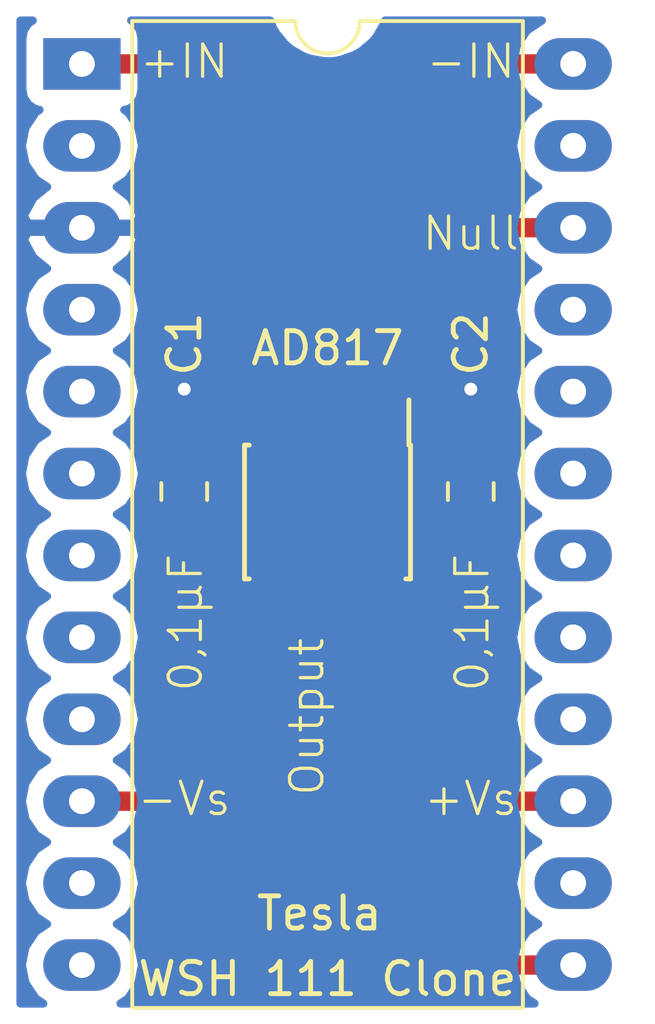
<source format=kicad_pcb>
(kicad_pcb (version 20171130) (host pcbnew "(5.0.0)")

  (general
    (thickness 1.6)
    (drawings 16)
    (tracks 31)
    (zones 0)
    (modules 4)
    (nets 27)
  )

  (page A4)
  (layers
    (0 F.Cu signal)
    (31 B.Cu signal)
    (32 B.Adhes user)
    (33 F.Adhes user)
    (34 B.Paste user)
    (35 F.Paste user)
    (36 B.SilkS user)
    (37 F.SilkS user)
    (38 B.Mask user)
    (39 F.Mask user)
    (40 Dwgs.User user)
    (41 Cmts.User user)
    (42 Eco1.User user)
    (43 Eco2.User user)
    (44 Edge.Cuts user)
    (45 Margin user)
    (46 B.CrtYd user)
    (47 F.CrtYd user)
    (48 B.Fab user)
    (49 F.Fab user)
  )

  (setup
    (last_trace_width 0.25)
    (user_trace_width 0.59944)
    (user_trace_width 1)
    (trace_clearance 0.2)
    (zone_clearance 0.508)
    (zone_45_only no)
    (trace_min 0.2)
    (segment_width 0.2)
    (edge_width 0.15)
    (via_size 0.8)
    (via_drill 0.4)
    (via_min_size 0.4)
    (via_min_drill 0.3)
    (uvia_size 0.3)
    (uvia_drill 0.1)
    (uvias_allowed no)
    (uvia_min_size 0.2)
    (uvia_min_drill 0.1)
    (pcb_text_width 0.3)
    (pcb_text_size 1.5 1.5)
    (mod_edge_width 0.15)
    (mod_text_size 1 1)
    (mod_text_width 0.15)
    (pad_size 1.524 1.524)
    (pad_drill 0.762)
    (pad_to_mask_clearance 0.2)
    (aux_axis_origin 0 0)
    (visible_elements 7FFFFFFF)
    (pcbplotparams
      (layerselection 0x010fc_ffffffff)
      (usegerberextensions false)
      (usegerberattributes false)
      (usegerberadvancedattributes false)
      (creategerberjobfile false)
      (excludeedgelayer true)
      (linewidth 0.100000)
      (plotframeref false)
      (viasonmask false)
      (mode 1)
      (useauxorigin false)
      (hpglpennumber 1)
      (hpglpenspeed 20)
      (hpglpendiameter 15.000000)
      (psnegative false)
      (psa4output false)
      (plotreference true)
      (plotvalue true)
      (plotinvisibletext false)
      (padsonsilk false)
      (subtractmaskfromsilk false)
      (outputformat 1)
      (mirror false)
      (drillshape 1)
      (scaleselection 1)
      (outputdirectory ""))
  )

  (net 0 "")
  (net 1 +IN)
  (net 2 Output)
  (net 3 "Net-(Tesla1-Pad2)")
  (net 4 "Net-(Tesla1-Pad14)")
  (net 5 GND)
  (net 6 +Vs)
  (net 7 "Net-(Tesla1-Pad4)")
  (net 8 "Net-(Tesla1-Pad16)")
  (net 9 "Net-(Tesla1-Pad5)")
  (net 10 "Net-(Tesla1-Pad17)")
  (net 11 "Net-(Tesla1-Pad6)")
  (net 12 "Net-(Tesla1-Pad18)")
  (net 13 "Net-(Tesla1-Pad7)")
  (net 14 "Net-(Tesla1-Pad19)")
  (net 15 "Net-(Tesla1-Pad8)")
  (net 16 "Net-(Tesla1-Pad20)")
  (net 17 "Net-(Tesla1-Pad9)")
  (net 18 "Net-(Tesla1-Pad21)")
  (net 19 -Vs)
  (net 20 NULL)
  (net 21 "Net-(Tesla1-Pad11)")
  (net 22 "Net-(Tesla1-Pad23)")
  (net 23 "Net-(Tesla1-Pad12)")
  (net 24 -IN)
  (net 25 "Net-(U1-Pad5)")
  (net 26 "Net-(U1-Pad8)")

  (net_class Default "Dies ist die voreingestellte Netzklasse."
    (clearance 0.2)
    (trace_width 0.25)
    (via_dia 0.8)
    (via_drill 0.4)
    (uvia_dia 0.3)
    (uvia_drill 0.1)
    (add_net +IN)
    (add_net +Vs)
    (add_net -IN)
    (add_net -Vs)
    (add_net GND)
    (add_net NULL)
    (add_net "Net-(Tesla1-Pad11)")
    (add_net "Net-(Tesla1-Pad12)")
    (add_net "Net-(Tesla1-Pad14)")
    (add_net "Net-(Tesla1-Pad16)")
    (add_net "Net-(Tesla1-Pad17)")
    (add_net "Net-(Tesla1-Pad18)")
    (add_net "Net-(Tesla1-Pad19)")
    (add_net "Net-(Tesla1-Pad2)")
    (add_net "Net-(Tesla1-Pad20)")
    (add_net "Net-(Tesla1-Pad21)")
    (add_net "Net-(Tesla1-Pad23)")
    (add_net "Net-(Tesla1-Pad4)")
    (add_net "Net-(Tesla1-Pad5)")
    (add_net "Net-(Tesla1-Pad6)")
    (add_net "Net-(Tesla1-Pad7)")
    (add_net "Net-(Tesla1-Pad8)")
    (add_net "Net-(Tesla1-Pad9)")
    (add_net "Net-(U1-Pad5)")
    (add_net "Net-(U1-Pad8)")
    (add_net Output)
  )

  (module Package_DIP:DIP-24_W15.24mm_LongPads (layer F.Cu) (tedit 5BF88F0E) (tstamp 5C04C8E3)
    (at 138.431001 76.911401)
    (descr "24-lead though-hole mounted DIP package, row spacing 15.24 mm (600 mils), LongPads")
    (tags "THT DIP DIL PDIP 2.54mm 15.24mm 600mil LongPads")
    (path /5BF87954)
    (fp_text reference Tesla (at 7.364999 26.339599 180) (layer F.SilkS)
      (effects (font (size 1 1) (thickness 0.15)))
    )
    (fp_text value "WSH 111 Clone" (at 7.618999 24.688599) (layer F.Fab)
      (effects (font (size 1 1) (thickness 0.15)))
    )
    (fp_arc (start 7.62 -1.33) (end 6.62 -1.33) (angle -180) (layer F.SilkS) (width 0.12))
    (fp_line (start 1.255 -1.27) (end 14.985 -1.27) (layer F.Fab) (width 0.1))
    (fp_line (start 14.985 -1.27) (end 14.985 29.21) (layer F.Fab) (width 0.1))
    (fp_line (start 14.985 29.21) (end 0.255 29.21) (layer F.Fab) (width 0.1))
    (fp_line (start 0.255 29.21) (end 0.255 -0.27) (layer F.Fab) (width 0.1))
    (fp_line (start 0.255 -0.27) (end 1.255 -1.27) (layer F.Fab) (width 0.1))
    (fp_line (start 6.62 -1.33) (end 1.56 -1.33) (layer F.SilkS) (width 0.12))
    (fp_line (start 1.56 -1.33) (end 1.56 29.27) (layer F.SilkS) (width 0.12))
    (fp_line (start 1.56 29.27) (end 13.68 29.27) (layer F.SilkS) (width 0.12))
    (fp_line (start 13.68 29.27) (end 13.68 -1.33) (layer F.SilkS) (width 0.12))
    (fp_line (start 13.68 -1.33) (end 8.62 -1.33) (layer F.SilkS) (width 0.12))
    (fp_line (start -1.5 -1.55) (end -1.5 29.5) (layer F.CrtYd) (width 0.05))
    (fp_line (start -1.5 29.5) (end 16.7 29.5) (layer F.CrtYd) (width 0.05))
    (fp_line (start 16.7 29.5) (end 16.7 -1.55) (layer F.CrtYd) (width 0.05))
    (fp_line (start 16.7 -1.55) (end -1.5 -1.55) (layer F.CrtYd) (width 0.05))
    (fp_text user %R (at 10.158999 4.368599 90) (layer F.Fab)
      (effects (font (size 1 1) (thickness 0.15)))
    )
    (pad 1 thru_hole rect (at 0 0) (size 2.4 1.6) (drill 0.8) (layers *.Cu *.Mask)
      (net 1 +IN))
    (pad 13 thru_hole oval (at 15.24 27.94) (size 2.4 1.6) (drill 0.8) (layers *.Cu *.Mask)
      (net 2 Output))
    (pad 2 thru_hole oval (at 0 2.54) (size 2.4 1.6) (drill 0.8) (layers *.Cu *.Mask)
      (net 3 "Net-(Tesla1-Pad2)"))
    (pad 14 thru_hole oval (at 15.24 25.4) (size 2.4 1.6) (drill 0.8) (layers *.Cu *.Mask)
      (net 4 "Net-(Tesla1-Pad14)"))
    (pad 3 thru_hole oval (at 0 5.08) (size 2.4 1.6) (drill 0.8) (layers *.Cu *.Mask)
      (net 5 GND))
    (pad 15 thru_hole oval (at 15.24 22.86) (size 2.4 1.6) (drill 0.8) (layers *.Cu *.Mask)
      (net 6 +Vs))
    (pad 4 thru_hole oval (at 0 7.62) (size 2.4 1.6) (drill 0.8) (layers *.Cu *.Mask)
      (net 7 "Net-(Tesla1-Pad4)"))
    (pad 16 thru_hole oval (at 15.24 20.32) (size 2.4 1.6) (drill 0.8) (layers *.Cu *.Mask)
      (net 8 "Net-(Tesla1-Pad16)"))
    (pad 5 thru_hole oval (at 0 10.16) (size 2.4 1.6) (drill 0.8) (layers *.Cu *.Mask)
      (net 9 "Net-(Tesla1-Pad5)"))
    (pad 17 thru_hole oval (at 15.24 17.78) (size 2.4 1.6) (drill 0.8) (layers *.Cu *.Mask)
      (net 10 "Net-(Tesla1-Pad17)"))
    (pad 6 thru_hole oval (at 0 12.7) (size 2.4 1.6) (drill 0.8) (layers *.Cu *.Mask)
      (net 11 "Net-(Tesla1-Pad6)"))
    (pad 18 thru_hole oval (at 15.24 15.24) (size 2.4 1.6) (drill 0.8) (layers *.Cu *.Mask)
      (net 12 "Net-(Tesla1-Pad18)"))
    (pad 7 thru_hole oval (at 0 15.24) (size 2.4 1.6) (drill 0.8) (layers *.Cu *.Mask)
      (net 13 "Net-(Tesla1-Pad7)"))
    (pad 19 thru_hole oval (at 15.24 12.7) (size 2.4 1.6) (drill 0.8) (layers *.Cu *.Mask)
      (net 14 "Net-(Tesla1-Pad19)"))
    (pad 8 thru_hole oval (at 0 17.78) (size 2.4 1.6) (drill 0.8) (layers *.Cu *.Mask)
      (net 15 "Net-(Tesla1-Pad8)"))
    (pad 20 thru_hole oval (at 15.24 10.16) (size 2.4 1.6) (drill 0.8) (layers *.Cu *.Mask)
      (net 16 "Net-(Tesla1-Pad20)"))
    (pad 9 thru_hole oval (at 0 20.32) (size 2.4 1.6) (drill 0.8) (layers *.Cu *.Mask)
      (net 17 "Net-(Tesla1-Pad9)"))
    (pad 21 thru_hole oval (at 15.24 7.62) (size 2.4 1.6) (drill 0.8) (layers *.Cu *.Mask)
      (net 18 "Net-(Tesla1-Pad21)"))
    (pad 10 thru_hole oval (at 0 22.86) (size 2.4 1.6) (drill 0.8) (layers *.Cu *.Mask)
      (net 19 -Vs))
    (pad 22 thru_hole oval (at 15.24 5.08) (size 2.4 1.6) (drill 0.8) (layers *.Cu *.Mask)
      (net 20 NULL))
    (pad 11 thru_hole oval (at 0 25.4) (size 2.4 1.6) (drill 0.8) (layers *.Cu *.Mask)
      (net 21 "Net-(Tesla1-Pad11)"))
    (pad 23 thru_hole oval (at 15.24 2.54) (size 2.4 1.6) (drill 0.8) (layers *.Cu *.Mask)
      (net 22 "Net-(Tesla1-Pad23)"))
    (pad 12 thru_hole oval (at 0 27.94) (size 2.4 1.6) (drill 0.8) (layers *.Cu *.Mask)
      (net 23 "Net-(Tesla1-Pad12)"))
    (pad 24 thru_hole oval (at 15.24 0) (size 2.4 1.6) (drill 0.8) (layers *.Cu *.Mask)
      (net 24 -IN))
    (model ${KISYS3DMOD}/Package_DIP.3dshapes/DIP-24_W15.24mm.wrl
      (at (xyz 0 0 0))
      (scale (xyz 1 1 1))
      (rotate (xyz 0 0 0))
    )
  )

  (module Package_SO:SOIC-8_3.9x4.9mm_P1.27mm (layer F.Cu) (tedit 5BF88EBD) (tstamp 5C04C900)
    (at 146.05 90.805 270)
    (descr "8-Lead Plastic Small Outline (SN) - Narrow, 3.90 mm Body [SOIC] (see Microchip Packaging Specification 00000049BS.pdf)")
    (tags "SOIC 1.27")
    (path /5BF87020)
    (attr smd)
    (fp_text reference AD817 (at -5.08 0 180) (layer F.SilkS)
      (effects (font (size 1 1) (thickness 0.15)))
    )
    (fp_text value LM741 (at -0.889 0) (layer F.Fab)
      (effects (font (size 1 1) (thickness 0.15)))
    )
    (fp_text user %R (at 0.635 1.27 270) (layer F.Fab)
      (effects (font (size 1 1) (thickness 0.15)))
    )
    (fp_line (start -0.95 -2.45) (end 1.95 -2.45) (layer F.Fab) (width 0.1))
    (fp_line (start 1.95 -2.45) (end 1.95 2.45) (layer F.Fab) (width 0.1))
    (fp_line (start 1.95 2.45) (end -1.95 2.45) (layer F.Fab) (width 0.1))
    (fp_line (start -1.95 2.45) (end -1.95 -1.45) (layer F.Fab) (width 0.1))
    (fp_line (start -1.95 -1.45) (end -0.95 -2.45) (layer F.Fab) (width 0.1))
    (fp_line (start -3.73 -2.7) (end -3.73 2.7) (layer F.CrtYd) (width 0.05))
    (fp_line (start 3.73 -2.7) (end 3.73 2.7) (layer F.CrtYd) (width 0.05))
    (fp_line (start -3.73 -2.7) (end 3.73 -2.7) (layer F.CrtYd) (width 0.05))
    (fp_line (start -3.73 2.7) (end 3.73 2.7) (layer F.CrtYd) (width 0.05))
    (fp_line (start -2.075 -2.575) (end -2.075 -2.525) (layer F.SilkS) (width 0.15))
    (fp_line (start 2.075 -2.575) (end 2.075 -2.43) (layer F.SilkS) (width 0.15))
    (fp_line (start 2.075 2.575) (end 2.075 2.43) (layer F.SilkS) (width 0.15))
    (fp_line (start -2.075 2.575) (end -2.075 2.43) (layer F.SilkS) (width 0.15))
    (fp_line (start -2.075 -2.575) (end 2.075 -2.575) (layer F.SilkS) (width 0.15))
    (fp_line (start -2.075 2.575) (end 2.075 2.575) (layer F.SilkS) (width 0.15))
    (fp_line (start -2.075 -2.525) (end -3.475 -2.525) (layer F.SilkS) (width 0.15))
    (pad 1 smd rect (at -2.7 -1.905 270) (size 1.55 0.6) (layers F.Cu F.Paste F.Mask)
      (net 20 NULL))
    (pad 2 smd rect (at -2.7 -0.635 270) (size 1.55 0.6) (layers F.Cu F.Paste F.Mask)
      (net 24 -IN))
    (pad 3 smd rect (at -2.7 0.635 270) (size 1.55 0.6) (layers F.Cu F.Paste F.Mask)
      (net 1 +IN))
    (pad 4 smd rect (at -2.7 1.905 270) (size 1.55 0.6) (layers F.Cu F.Paste F.Mask)
      (net 19 -Vs))
    (pad 5 smd rect (at 2.7 1.905 270) (size 1.55 0.6) (layers F.Cu F.Paste F.Mask)
      (net 25 "Net-(U1-Pad5)"))
    (pad 6 smd rect (at 2.7 0.635 270) (size 1.55 0.6) (layers F.Cu F.Paste F.Mask)
      (net 2 Output))
    (pad 7 smd rect (at 2.7 -0.635 270) (size 1.55 0.6) (layers F.Cu F.Paste F.Mask)
      (net 6 +Vs))
    (pad 8 smd rect (at 2.7 -1.905 270) (size 1.55 0.6) (layers F.Cu F.Paste F.Mask)
      (net 26 "Net-(U1-Pad8)"))
    (model ${KISYS3DMOD}/Package_SO.3dshapes/SOIC-8_3.9x4.9mm_P1.27mm.wrl
      (at (xyz 0 0 0))
      (scale (xyz 1 1 1))
      (rotate (xyz 0 0 0))
    )
  )

  (module Capacitor_SMD:C_0805_2012Metric_Pad1.15x1.40mm_HandSolder (layer F.Cu) (tedit 5B36C52B) (tstamp 5C04D3F0)
    (at 150.495 90.17 270)
    (descr "Capacitor SMD 0805 (2012 Metric), square (rectangular) end terminal, IPC_7351 nominal with elongated pad for handsoldering. (Body size source: https://docs.google.com/spreadsheets/d/1BsfQQcO9C6DZCsRaXUlFlo91Tg2WpOkGARC1WS5S8t0/edit?usp=sharing), generated with kicad-footprint-generator")
    (tags "capacitor handsolder")
    (path /5BF8EEDF)
    (attr smd)
    (fp_text reference C1 (at -4.572 8.89 270) (layer F.SilkS)
      (effects (font (size 1 1) (thickness 0.15)))
    )
    (fp_text value "0,1 uF" (at -6.35 0 270) (layer F.Fab)
      (effects (font (size 1 1) (thickness 0.15)))
    )
    (fp_line (start -1 0.6) (end -1 -0.6) (layer F.Fab) (width 0.1))
    (fp_line (start -1 -0.6) (end 1 -0.6) (layer F.Fab) (width 0.1))
    (fp_line (start 1 -0.6) (end 1 0.6) (layer F.Fab) (width 0.1))
    (fp_line (start 1 0.6) (end -1 0.6) (layer F.Fab) (width 0.1))
    (fp_line (start -0.261252 -0.71) (end 0.261252 -0.71) (layer F.SilkS) (width 0.12))
    (fp_line (start -0.261252 0.71) (end 0.261252 0.71) (layer F.SilkS) (width 0.12))
    (fp_line (start -1.85 0.95) (end -1.85 -0.95) (layer F.CrtYd) (width 0.05))
    (fp_line (start -1.85 -0.95) (end 1.85 -0.95) (layer F.CrtYd) (width 0.05))
    (fp_line (start 1.85 -0.95) (end 1.85 0.95) (layer F.CrtYd) (width 0.05))
    (fp_line (start 1.85 0.95) (end -1.85 0.95) (layer F.CrtYd) (width 0.05))
    (fp_text user %R (at 0 0 270) (layer F.Fab)
      (effects (font (size 0.5 0.5) (thickness 0.08)))
    )
    (pad 1 smd roundrect (at -1.025 0 270) (size 1.15 1.4) (layers F.Cu F.Paste F.Mask) (roundrect_rratio 0.217391)
      (net 5 GND))
    (pad 2 smd roundrect (at 1.025 0 270) (size 1.15 1.4) (layers F.Cu F.Paste F.Mask) (roundrect_rratio 0.217391)
      (net 6 +Vs))
    (model ${KISYS3DMOD}/Capacitor_SMD.3dshapes/C_0805_2012Metric.wrl
      (at (xyz 0 0 0))
      (scale (xyz 1 1 1))
      (rotate (xyz 0 0 0))
    )
  )

  (module Capacitor_SMD:C_0805_2012Metric_Pad1.15x1.40mm_HandSolder (layer F.Cu) (tedit 5B36C52B) (tstamp 5C04DE05)
    (at 141.605 90.17 90)
    (descr "Capacitor SMD 0805 (2012 Metric), square (rectangular) end terminal, IPC_7351 nominal with elongated pad for handsoldering. (Body size source: https://docs.google.com/spreadsheets/d/1BsfQQcO9C6DZCsRaXUlFlo91Tg2WpOkGARC1WS5S8t0/edit?usp=sharing), generated with kicad-footprint-generator")
    (tags "capacitor handsolder")
    (path /5BF8F0E3)
    (attr smd)
    (fp_text reference C2 (at 4.572 8.89 90) (layer F.SilkS)
      (effects (font (size 1 1) (thickness 0.15)))
    )
    (fp_text value "0,1 uF" (at 6.35 0 90) (layer F.Fab)
      (effects (font (size 1 1) (thickness 0.15)))
    )
    (fp_line (start -1 0.6) (end -1 -0.6) (layer F.Fab) (width 0.1))
    (fp_line (start -1 -0.6) (end 1 -0.6) (layer F.Fab) (width 0.1))
    (fp_line (start 1 -0.6) (end 1 0.6) (layer F.Fab) (width 0.1))
    (fp_line (start 1 0.6) (end -1 0.6) (layer F.Fab) (width 0.1))
    (fp_line (start -0.261252 -0.71) (end 0.261252 -0.71) (layer F.SilkS) (width 0.12))
    (fp_line (start -0.261252 0.71) (end 0.261252 0.71) (layer F.SilkS) (width 0.12))
    (fp_line (start -1.85 0.95) (end -1.85 -0.95) (layer F.CrtYd) (width 0.05))
    (fp_line (start -1.85 -0.95) (end 1.85 -0.95) (layer F.CrtYd) (width 0.05))
    (fp_line (start 1.85 -0.95) (end 1.85 0.95) (layer F.CrtYd) (width 0.05))
    (fp_line (start 1.85 0.95) (end -1.85 0.95) (layer F.CrtYd) (width 0.05))
    (fp_text user %R (at 0 0 90) (layer F.Fab)
      (effects (font (size 0.5 0.5) (thickness 0.08)))
    )
    (pad 1 smd roundrect (at -1.025 0 90) (size 1.15 1.4) (layers F.Cu F.Paste F.Mask) (roundrect_rratio 0.217391)
      (net 19 -Vs))
    (pad 2 smd roundrect (at 1.025 0 90) (size 1.15 1.4) (layers F.Cu F.Paste F.Mask) (roundrect_rratio 0.217391)
      (net 5 GND))
    (model ${KISYS3DMOD}/Capacitor_SMD.3dshapes/C_0805_2012Metric.wrl
      (at (xyz 0 0 0))
      (scale (xyz 1 1 1))
      (rotate (xyz 0 0 0))
    )
  )

  (gr_text "\n0,1μF" (at 149.733 94.234 90) (layer F.SilkS) (tstamp 5C0515EE)
    (effects (font (size 1 1) (thickness 0.1)))
  )
  (gr_text "\n0,1μF" (at 140.843 94.234 90) (layer F.SilkS)
    (effects (font (size 1 1) (thickness 0.1)))
  )
  (gr_text Output (at 145.415 97.155 90) (layer F.SilkS)
    (effects (font (size 1 1) (thickness 0.1)))
  )
  (gr_text +Vs (at 150.495 99.695) (layer F.SilkS)
    (effects (font (size 1 1) (thickness 0.1)))
  )
  (gr_text -Vs (at 141.605 99.695) (layer F.SilkS)
    (effects (font (size 1 1) (thickness 0.1)))
  )
  (gr_text Null (at 150.495 82.169) (layer F.SilkS)
    (effects (font (size 1 1) (thickness 0.1)))
  )
  (gr_text -IN (at 150.495 76.835) (layer F.SilkS)
    (effects (font (size 1 1) (thickness 0.1)))
  )
  (gr_text +IN (at 141.605 76.835) (layer F.SilkS)
    (effects (font (size 1 1) (thickness 0.1)))
  )
  (gr_text "WSH 111 Clone" (at 146.05 105.283) (layer F.SilkS)
    (effects (font (size 1 1) (thickness 0.15)))
  )
  (gr_line (start 144.78 74.93) (end 135.89 74.93) (layer Edge.Cuts) (width 0.001))
  (gr_line (start 147.32 74.93) (end 156.21 74.93) (layer Edge.Cuts) (width 0.001))
  (gr_arc (start 146.05 74.93) (end 144.78 74.93) (angle -90) (layer Edge.Cuts) (width 0.001))
  (gr_arc (start 146.05 74.93) (end 146.05 76.2) (angle -90) (layer Edge.Cuts) (width 0.001))
  (gr_line (start 135.89 74.93) (end 135.89 106.68) (layer Edge.Cuts) (width 0.001))
  (gr_line (start 156.21 106.68) (end 135.89 106.68) (layer Edge.Cuts) (width 0.001))
  (gr_line (start 156.21 74.93) (end 156.21 106.68) (layer Edge.Cuts) (width 0.001))

  (segment (start 145.415 88.105) (end 145.415 78.105) (width 0.59944) (layer F.Cu) (net 1))
  (segment (start 144.221401 76.911401) (end 138.431001 76.911401) (width 0.59944) (layer F.Cu) (net 1))
  (segment (start 145.415 78.105) (end 144.221401 76.911401) (width 0.59944) (layer F.Cu) (net 1))
  (segment (start 153.671001 104.851401) (end 148.031401 104.851401) (width 0.59944) (layer F.Cu) (net 2))
  (segment (start 145.415 102.235) (end 145.415 93.505) (width 0.59944) (layer F.Cu) (net 2))
  (segment (start 148.031401 104.851401) (end 145.415 102.235) (width 0.59944) (layer F.Cu) (net 2))
  (segment (start 150.495 89.145) (end 150.495 86.995) (width 0.59944) (layer F.Cu) (net 5))
  (via (at 150.495 86.995) (size 0.8) (drill 0.4) (layers F.Cu B.Cu) (net 5))
  (segment (start 141.605 89.145) (end 141.605 86.995) (width 0.59944) (layer F.Cu) (net 5))
  (via (at 141.605 86.995) (size 0.8) (drill 0.4) (layers F.Cu B.Cu) (net 5))
  (segment (start 153.271001 99.771401) (end 153.671001 99.771401) (width 1) (layer F.Cu) (net 6))
  (segment (start 151.576961 99.771401) (end 153.671001 99.771401) (width 0.59944) (layer F.Cu) (net 6))
  (segment (start 146.685 93.505) (end 146.685 94.87944) (width 0.59944) (layer F.Cu) (net 6))
  (segment (start 146.685 94.87944) (end 149.59556 97.79) (width 0.59944) (layer F.Cu) (net 6))
  (segment (start 149.59556 97.79) (end 151.576961 99.771401) (width 0.59944) (layer F.Cu) (net 6))
  (segment (start 149.695 91.195) (end 150.495 91.195) (width 0.59944) (layer F.Cu) (net 6))
  (segment (start 147.62056 91.195) (end 149.695 91.195) (width 0.59944) (layer F.Cu) (net 6))
  (segment (start 146.685 92.13056) (end 147.62056 91.195) (width 0.59944) (layer F.Cu) (net 6))
  (segment (start 146.685 93.505) (end 146.685 92.13056) (width 0.59944) (layer F.Cu) (net 6))
  (segment (start 144.145 88.105) (end 144.145 90.805) (width 0.59944) (layer F.Cu) (net 19))
  (segment (start 143.755 91.195) (end 141.605 91.195) (width 0.59944) (layer F.Cu) (net 19))
  (segment (start 144.145 90.805) (end 143.755 91.195) (width 0.59944) (layer F.Cu) (net 19))
  (segment (start 141.605 98.425) (end 141.605 91.195) (width 0.59944) (layer F.Cu) (net 19))
  (segment (start 138.431001 99.771401) (end 140.258599 99.771401) (width 0.59944) (layer F.Cu) (net 19))
  (segment (start 140.258599 99.771401) (end 141.605 98.425) (width 0.59944) (layer F.Cu) (net 19))
  (segment (start 153.671001 81.991401) (end 151.688599 81.991401) (width 0.59944) (layer F.Cu) (net 20))
  (segment (start 147.955 85.725) (end 147.955 88.105) (width 0.59944) (layer F.Cu) (net 20))
  (segment (start 151.688599 81.991401) (end 147.955 85.725) (width 0.59944) (layer F.Cu) (net 20))
  (segment (start 146.685 88.105) (end 146.685 78.105) (width 0.59944) (layer F.Cu) (net 24))
  (segment (start 147.878599 76.911401) (end 153.671001 76.911401) (width 0.59944) (layer F.Cu) (net 24))
  (segment (start 146.685 78.105) (end 147.878599 76.911401) (width 0.59944) (layer F.Cu) (net 24))

  (zone (net 5) (net_name GND) (layer B.Cu) (tstamp 0) (hatch edge 0.508)
    (connect_pads (clearance 0.508))
    (min_thickness 0.254)
    (fill yes (arc_segments 16) (thermal_gap 0.508) (thermal_bridge_width 0.508))
    (polygon
      (pts
        (xy 135.89 74.93) (xy 156.21 74.93) (xy 156.21 106.68) (xy 135.89 106.68)
      )
    )
    (filled_polygon
      (pts
        (xy 136.773192 75.653592) (xy 136.632844 75.863636) (xy 136.583561 76.111401) (xy 136.583561 77.711401) (xy 136.632844 77.959166)
        (xy 136.773192 78.16921) (xy 136.983236 78.309558) (xy 137.117107 78.336186) (xy 136.996424 78.416824) (xy 136.679261 78.891492)
        (xy 136.567888 79.451401) (xy 136.679261 80.01131) (xy 136.996424 80.485978) (xy 137.3525 80.7239) (xy 136.926501 81.066505)
        (xy 136.656634 81.559582) (xy 136.639097 81.642362) (xy 136.761086 81.864401) (xy 138.304001 81.864401) (xy 138.304001 81.844401)
        (xy 138.558001 81.844401) (xy 138.558001 81.864401) (xy 140.100916 81.864401) (xy 140.222905 81.642362) (xy 140.205368 81.559582)
        (xy 139.935501 81.066505) (xy 139.509502 80.7239) (xy 139.865578 80.485978) (xy 140.182741 80.01131) (xy 140.294114 79.451401)
        (xy 140.182741 78.891492) (xy 139.865578 78.416824) (xy 139.744895 78.336186) (xy 139.878766 78.309558) (xy 140.08881 78.16921)
        (xy 140.229158 77.959166) (xy 140.278441 77.711401) (xy 140.278441 76.111401) (xy 140.229158 75.863636) (xy 140.08881 75.653592)
        (xy 139.956972 75.5655) (xy 144.274045 75.5655) (xy 144.352972 75.782351) (xy 144.352973 75.782354) (xy 144.463327 75.973492)
        (xy 144.746834 76.311363) (xy 144.746837 76.311367) (xy 144.790021 76.347602) (xy 144.91591 76.453236) (xy 144.915917 76.453238)
        (xy 145.297879 76.673765) (xy 145.297884 76.67377) (xy 145.426471 76.720571) (xy 145.505279 76.749255) (xy 145.505281 76.749255)
        (xy 145.939647 76.825845) (xy 146.022673 76.825845) (xy 146.105387 76.833082) (xy 146.32592 76.813788) (xy 146.406126 76.792297)
        (xy 146.487887 76.77788) (xy 146.902351 76.627028) (xy 146.902354 76.627027) (xy 147.093492 76.516673) (xy 147.431363 76.233166)
        (xy 147.431367 76.233163) (xy 147.505669 76.144613) (xy 147.573236 76.06409) (xy 147.573238 76.064083) (xy 147.793765 75.682121)
        (xy 147.79377 75.682116) (xy 147.836214 75.5655) (xy 152.702353 75.5655) (xy 152.236424 75.876824) (xy 151.919261 76.351492)
        (xy 151.807888 76.911401) (xy 151.919261 77.47131) (xy 152.236424 77.945978) (xy 152.588759 78.181401) (xy 152.236424 78.416824)
        (xy 151.919261 78.891492) (xy 151.807888 79.451401) (xy 151.919261 80.01131) (xy 152.236424 80.485978) (xy 152.588759 80.721401)
        (xy 152.236424 80.956824) (xy 151.919261 81.431492) (xy 151.807888 81.991401) (xy 151.919261 82.55131) (xy 152.236424 83.025978)
        (xy 152.588759 83.261401) (xy 152.236424 83.496824) (xy 151.919261 83.971492) (xy 151.807888 84.531401) (xy 151.919261 85.09131)
        (xy 152.236424 85.565978) (xy 152.588759 85.801401) (xy 152.236424 86.036824) (xy 151.919261 86.511492) (xy 151.807888 87.071401)
        (xy 151.919261 87.63131) (xy 152.236424 88.105978) (xy 152.588759 88.341401) (xy 152.236424 88.576824) (xy 151.919261 89.051492)
        (xy 151.807888 89.611401) (xy 151.919261 90.17131) (xy 152.236424 90.645978) (xy 152.588759 90.881401) (xy 152.236424 91.116824)
        (xy 151.919261 91.591492) (xy 151.807888 92.151401) (xy 151.919261 92.71131) (xy 152.236424 93.185978) (xy 152.588759 93.421401)
        (xy 152.236424 93.656824) (xy 151.919261 94.131492) (xy 151.807888 94.691401) (xy 151.919261 95.25131) (xy 152.236424 95.725978)
        (xy 152.588759 95.961401) (xy 152.236424 96.196824) (xy 151.919261 96.671492) (xy 151.807888 97.231401) (xy 151.919261 97.79131)
        (xy 152.236424 98.265978) (xy 152.588759 98.501401) (xy 152.236424 98.736824) (xy 151.919261 99.211492) (xy 151.807888 99.771401)
        (xy 151.919261 100.33131) (xy 152.236424 100.805978) (xy 152.588759 101.041401) (xy 152.236424 101.276824) (xy 151.919261 101.751492)
        (xy 151.807888 102.311401) (xy 151.919261 102.87131) (xy 152.236424 103.345978) (xy 152.588759 103.581401) (xy 152.236424 103.816824)
        (xy 151.919261 104.291492) (xy 151.807888 104.851401) (xy 151.919261 105.41131) (xy 152.236424 105.885978) (xy 152.473669 106.0445)
        (xy 139.628333 106.0445) (xy 139.865578 105.885978) (xy 140.182741 105.41131) (xy 140.294114 104.851401) (xy 140.182741 104.291492)
        (xy 139.865578 103.816824) (xy 139.513243 103.581401) (xy 139.865578 103.345978) (xy 140.182741 102.87131) (xy 140.294114 102.311401)
        (xy 140.182741 101.751492) (xy 139.865578 101.276824) (xy 139.513243 101.041401) (xy 139.865578 100.805978) (xy 140.182741 100.33131)
        (xy 140.294114 99.771401) (xy 140.182741 99.211492) (xy 139.865578 98.736824) (xy 139.513243 98.501401) (xy 139.865578 98.265978)
        (xy 140.182741 97.79131) (xy 140.294114 97.231401) (xy 140.182741 96.671492) (xy 139.865578 96.196824) (xy 139.513243 95.961401)
        (xy 139.865578 95.725978) (xy 140.182741 95.25131) (xy 140.294114 94.691401) (xy 140.182741 94.131492) (xy 139.865578 93.656824)
        (xy 139.513243 93.421401) (xy 139.865578 93.185978) (xy 140.182741 92.71131) (xy 140.294114 92.151401) (xy 140.182741 91.591492)
        (xy 139.865578 91.116824) (xy 139.513243 90.881401) (xy 139.865578 90.645978) (xy 140.182741 90.17131) (xy 140.294114 89.611401)
        (xy 140.182741 89.051492) (xy 139.865578 88.576824) (xy 139.513243 88.341401) (xy 139.865578 88.105978) (xy 140.182741 87.63131)
        (xy 140.294114 87.071401) (xy 140.182741 86.511492) (xy 139.865578 86.036824) (xy 139.513243 85.801401) (xy 139.865578 85.565978)
        (xy 140.182741 85.09131) (xy 140.294114 84.531401) (xy 140.182741 83.971492) (xy 139.865578 83.496824) (xy 139.509502 83.258902)
        (xy 139.935501 82.916297) (xy 140.205368 82.42322) (xy 140.222905 82.34044) (xy 140.100916 82.118401) (xy 138.558001 82.118401)
        (xy 138.558001 82.138401) (xy 138.304001 82.138401) (xy 138.304001 82.118401) (xy 136.761086 82.118401) (xy 136.639097 82.34044)
        (xy 136.656634 82.42322) (xy 136.926501 82.916297) (xy 137.3525 83.258902) (xy 136.996424 83.496824) (xy 136.679261 83.971492)
        (xy 136.567888 84.531401) (xy 136.679261 85.09131) (xy 136.996424 85.565978) (xy 137.348759 85.801401) (xy 136.996424 86.036824)
        (xy 136.679261 86.511492) (xy 136.567888 87.071401) (xy 136.679261 87.63131) (xy 136.996424 88.105978) (xy 137.348759 88.341401)
        (xy 136.996424 88.576824) (xy 136.679261 89.051492) (xy 136.567888 89.611401) (xy 136.679261 90.17131) (xy 136.996424 90.645978)
        (xy 137.348759 90.881401) (xy 136.996424 91.116824) (xy 136.679261 91.591492) (xy 136.567888 92.151401) (xy 136.679261 92.71131)
        (xy 136.996424 93.185978) (xy 137.348759 93.421401) (xy 136.996424 93.656824) (xy 136.679261 94.131492) (xy 136.567888 94.691401)
        (xy 136.679261 95.25131) (xy 136.996424 95.725978) (xy 137.348759 95.961401) (xy 136.996424 96.196824) (xy 136.679261 96.671492)
        (xy 136.567888 97.231401) (xy 136.679261 97.79131) (xy 136.996424 98.265978) (xy 137.348759 98.501401) (xy 136.996424 98.736824)
        (xy 136.679261 99.211492) (xy 136.567888 99.771401) (xy 136.679261 100.33131) (xy 136.996424 100.805978) (xy 137.348759 101.041401)
        (xy 136.996424 101.276824) (xy 136.679261 101.751492) (xy 136.567888 102.311401) (xy 136.679261 102.87131) (xy 136.996424 103.345978)
        (xy 137.348759 103.581401) (xy 136.996424 103.816824) (xy 136.679261 104.291492) (xy 136.567888 104.851401) (xy 136.679261 105.41131)
        (xy 136.996424 105.885978) (xy 137.233669 106.0445) (xy 136.5255 106.0445) (xy 136.5255 75.5655) (xy 136.90503 75.5655)
      )
    )
  )
)

</source>
